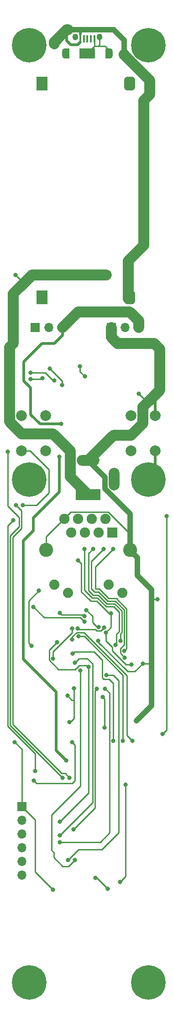
<source format=gbr>
%TF.GenerationSoftware,KiCad,Pcbnew,6.0.6-3a73a75311~116~ubuntu20.04.1*%
%TF.CreationDate,2022-07-20T09:27:06+02:00*%
%TF.ProjectId,MCH-light,4d43482d-6c69-4676-9874-2e6b69636164,rev?*%
%TF.SameCoordinates,Original*%
%TF.FileFunction,Copper,L2,Bot*%
%TF.FilePolarity,Positive*%
%FSLAX46Y46*%
G04 Gerber Fmt 4.6, Leading zero omitted, Abs format (unit mm)*
G04 Created by KiCad (PCBNEW 6.0.6-3a73a75311~116~ubuntu20.04.1) date 2022-07-20 09:27:06*
%MOMM*%
%LPD*%
G01*
G04 APERTURE LIST*
G04 Aperture macros list*
%AMRoundRect*
0 Rectangle with rounded corners*
0 $1 Rounding radius*
0 $2 $3 $4 $5 $6 $7 $8 $9 X,Y pos of 4 corners*
0 Add a 4 corners polygon primitive as box body*
4,1,4,$2,$3,$4,$5,$6,$7,$8,$9,$2,$3,0*
0 Add four circle primitives for the rounded corners*
1,1,$1+$1,$2,$3*
1,1,$1+$1,$4,$5*
1,1,$1+$1,$6,$7*
1,1,$1+$1,$8,$9*
0 Add four rect primitives between the rounded corners*
20,1,$1+$1,$2,$3,$4,$5,0*
20,1,$1+$1,$4,$5,$6,$7,0*
20,1,$1+$1,$6,$7,$8,$9,0*
20,1,$1+$1,$8,$9,$2,$3,0*%
G04 Aperture macros list end*
%TA.AperFunction,ComponentPad*%
%ADD10R,1.700000X1.700000*%
%TD*%
%TA.AperFunction,ComponentPad*%
%ADD11O,1.700000X1.700000*%
%TD*%
%TA.AperFunction,ComponentPad*%
%ADD12C,6.400000*%
%TD*%
%TA.AperFunction,ComponentPad*%
%ADD13C,2.600000*%
%TD*%
%TA.AperFunction,ComponentPad*%
%ADD14C,1.890000*%
%TD*%
%TA.AperFunction,ComponentPad*%
%ADD15R,1.900000X1.900000*%
%TD*%
%TA.AperFunction,ComponentPad*%
%ADD16C,1.900000*%
%TD*%
%TA.AperFunction,ComponentPad*%
%ADD17R,4.600000X2.000000*%
%TD*%
%TA.AperFunction,ComponentPad*%
%ADD18O,4.200000X2.000000*%
%TD*%
%TA.AperFunction,ComponentPad*%
%ADD19O,2.000000X4.200000*%
%TD*%
%TA.AperFunction,ComponentPad*%
%ADD20RoundRect,0.500000X-0.500000X0.750000X-0.500000X-0.750000X0.500000X-0.750000X0.500000X0.750000X0*%
%TD*%
%TA.AperFunction,ComponentPad*%
%ADD21R,2.000000X2.500000*%
%TD*%
%TA.AperFunction,ComponentPad*%
%ADD22C,2.000000*%
%TD*%
%TA.AperFunction,SMDPad,CuDef*%
%ADD23R,0.400000X1.350000*%
%TD*%
%TA.AperFunction,SMDPad,CuDef*%
%ADD24R,0.875000X1.900000*%
%TD*%
%TA.AperFunction,ComponentPad*%
%ADD25O,1.050000X1.250000*%
%TD*%
%TA.AperFunction,ComponentPad*%
%ADD26O,1.000000X1.900000*%
%TD*%
%TA.AperFunction,SMDPad,CuDef*%
%ADD27R,2.900000X1.900000*%
%TD*%
%TA.AperFunction,ViaPad*%
%ADD28C,0.800000*%
%TD*%
%TA.AperFunction,Conductor*%
%ADD29C,1.000000*%
%TD*%
%TA.AperFunction,Conductor*%
%ADD30C,0.500000*%
%TD*%
%TA.AperFunction,Conductor*%
%ADD31C,2.000000*%
%TD*%
%TA.AperFunction,Conductor*%
%ADD32C,0.250000*%
%TD*%
G04 APERTURE END LIST*
D10*
%TO.P,J1,1,Pin_1*%
%TO.N,GND*%
X117627000Y-162839000D03*
D11*
%TO.P,J1,2,Pin_2*%
%TO.N,unconnected-(J1-Pad2)*%
X117627000Y-165379000D03*
%TO.P,J1,3,Pin_3*%
%TO.N,Net-(J1-Pad3)*%
X117627000Y-167919000D03*
%TO.P,J1,4,Pin_4*%
%TO.N,/Tx*%
X117627000Y-170459000D03*
%TO.P,J1,5,Pin_5*%
%TO.N,/Rx*%
X117627000Y-172999000D03*
%TO.P,J1,6,Pin_6*%
%TO.N,unconnected-(J1-Pad6)*%
X117627000Y-175539000D03*
%TD*%
D12*
%TO.P,H1,1,1*%
%TO.N,GND*%
X141104000Y-102197017D03*
%TD*%
D10*
%TO.P,J8,1,Pin_1*%
%TO.N,GND*%
X134237820Y-73978017D03*
D11*
%TO.P,J8,2,Pin_2*%
%TO.N,Net-(J8-Pad2)*%
X136777820Y-73978017D03*
%TO.P,J8,3,Pin_3*%
%TO.N,+5V*%
X139317820Y-73978017D03*
%TD*%
D12*
%TO.P,H5,1,1*%
%TO.N,unconnected-(H5-Pad1)*%
X141104000Y-195415017D03*
%TD*%
D10*
%TO.P,J9,1,Pin_1*%
%TO.N,GND*%
X120142000Y-73978017D03*
D11*
%TO.P,J9,2,Pin_2*%
%TO.N,Net-(J9-Pad2)*%
X122682000Y-73978017D03*
%TO.P,J9,3,Pin_3*%
%TO.N,+5V*%
X125222000Y-73978017D03*
%TD*%
D12*
%TO.P,H6,1,1*%
%TO.N,unconnected-(H6-Pad1)*%
X119006000Y-195415017D03*
%TD*%
%TO.P,H4,1,1*%
%TO.N,GND*%
X141104000Y-21679017D03*
%TD*%
%TO.P,H3,1,1*%
%TO.N,GND*%
X119005999Y-21679017D03*
%TD*%
%TO.P,H2,1,1*%
%TO.N,GND*%
X119006000Y-102197017D03*
%TD*%
D13*
%TO.P,J7,13,SHIELD*%
%TO.N,GND*%
X137730000Y-115290000D03*
X122180000Y-115290000D03*
D14*
%TO.P,J7,L1,LEDY_A*%
%TO.N,Net-(J7-PadL1)*%
X123630000Y-121720000D03*
%TO.P,J7,L2,LEDY_K*%
%TO.N,GND*%
X126170000Y-123240000D03*
%TO.P,J7,L3,LEDG_K*%
X133740000Y-121720000D03*
%TO.P,J7,L4,LEDG_A*%
%TO.N,Net-(J7-PadL4)*%
X136280000Y-123240000D03*
D15*
%TO.P,J7,R1,TD+*%
%TO.N,/TXP*%
X134400000Y-112000000D03*
D16*
%TO.P,J7,R2,TD-*%
%TO.N,/TXN*%
X133130000Y-109460000D03*
%TO.P,J7,R3,RD+*%
%TO.N,/RXP*%
X131860000Y-112000000D03*
%TO.P,J7,R4,TCT*%
%TO.N,VDDA*%
X130590000Y-109460000D03*
%TO.P,J7,R5,RCT*%
X129320000Y-112000000D03*
%TO.P,J7,R6,RD-*%
%TO.N,/RXN*%
X128050000Y-109460000D03*
%TO.P,J7,R7,NC*%
%TO.N,unconnected-(J7-PadR7)*%
X126780000Y-112000000D03*
%TO.P,J7,R8,GND*%
%TO.N,GND*%
X125510000Y-109460000D03*
%TD*%
D17*
%TO.P,J2,1*%
%TO.N,Net-(C4-Pad1)*%
X129936000Y-104991017D03*
D18*
%TO.P,J2,2*%
%TO.N,GND*%
X129936000Y-98691017D03*
D19*
%TO.P,J2,3*%
%TO.N,unconnected-(J2-Pad3)*%
X134736000Y-102091017D03*
%TD*%
D20*
%TO.P,U6,1,Vin*%
%TO.N,Net-(C4-Pad1)*%
X137625000Y-28767000D03*
D21*
%TO.P,U6,2,GND*%
%TO.N,GND*%
X121343000Y-28767000D03*
%TO.P,U6,3,GND*%
X121343000Y-68433000D03*
D20*
%TO.P,U6,4,Vout*%
%TO.N,+5V*%
X137625000Y-68433000D03*
%TD*%
D22*
%TO.P,SW1,1*%
%TO.N,GND*%
X142374000Y-90363017D03*
X142374000Y-96863017D03*
%TO.P,SW1,2*%
%TO.N,/Reset*%
X137874000Y-90363017D03*
X137874000Y-96863017D03*
%TD*%
%TO.P,SW2,1*%
%TO.N,GND*%
X122054000Y-90363017D03*
X122054000Y-96863017D03*
%TO.P,SW2,2*%
%TO.N,/Button*%
X117554000Y-90363017D03*
X117554000Y-96863017D03*
%TD*%
D23*
%TO.P,J5,1,VBUS*%
%TO.N,+5V*%
X128494000Y-20506017D03*
%TO.P,J5,2,D-*%
%TO.N,unconnected-(J5-Pad2)*%
X129144000Y-20506017D03*
%TO.P,J5,3,D+*%
%TO.N,unconnected-(J5-Pad3)*%
X129794000Y-20506017D03*
%TO.P,J5,4,ID*%
%TO.N,unconnected-(J5-Pad4)*%
X130444000Y-20506017D03*
%TO.P,J5,5,GND*%
%TO.N,GND*%
X131094000Y-20506017D03*
D24*
%TO.P,J5,6,Shield*%
X126056500Y-23181017D03*
D25*
X132019000Y-20181017D03*
D26*
X133969000Y-23181017D03*
D27*
X129794000Y-23181017D03*
D26*
X125619000Y-23181017D03*
D25*
X127569000Y-20181017D03*
D24*
X133531500Y-23181017D03*
%TD*%
D28*
%TO.N,+5V*%
X124600000Y-98000000D03*
X124790000Y-19990000D03*
X125900000Y-154300000D03*
X123698000Y-21402000D03*
X124140000Y-20640000D03*
X124900000Y-91900000D03*
%TO.N,GND*%
X123428000Y-178265000D03*
X120800000Y-122800000D03*
X119400000Y-133000000D03*
X131318000Y-176022000D03*
X126100000Y-142300000D03*
X126500000Y-147200000D03*
X131826000Y-132080000D03*
X140100000Y-136300000D03*
X133604000Y-178054000D03*
X139300000Y-86300000D03*
X127300000Y-140900000D03*
X142800000Y-124400000D03*
X138900000Y-146900000D03*
X116332000Y-150876000D03*
%TO.N,+3V3*%
X144526000Y-108966000D03*
X119888000Y-157988000D03*
X123444000Y-135382000D03*
X127000000Y-150876000D03*
X133000000Y-148200000D03*
X132606000Y-142494000D03*
X135890000Y-176784000D03*
X143764000Y-149352000D03*
X136906000Y-158750000D03*
X127000000Y-129794000D03*
%TO.N,Net-(C4-Pad1)*%
X132200000Y-64300000D03*
X130100000Y-64300000D03*
X116500000Y-64300000D03*
X133316000Y-64300000D03*
X131100000Y-64300000D03*
X129100000Y-64300000D03*
%TO.N,/XTAL2*%
X124700000Y-126900000D03*
X129290299Y-127503701D03*
%TO.N,/XTAL1*%
X119800000Y-125800000D03*
X129286000Y-128524000D03*
%TO.N,Net-(C10-Pad1)*%
X132916847Y-129641445D03*
X128007339Y-129831500D03*
%TO.N,VDDA*%
X128100000Y-117200000D03*
X138000000Y-136500000D03*
X133200000Y-130600000D03*
X134200000Y-127000000D03*
%TO.N,/TXP*%
X134563000Y-115101111D03*
X136658980Y-133958980D03*
%TO.N,/TXN*%
X136700000Y-135200000D03*
X132837595Y-115056347D03*
%TO.N,/RXP*%
X130835500Y-115062000D03*
X135900000Y-132100000D03*
%TO.N,/RXN*%
X135000000Y-132824500D03*
X129286000Y-115062000D03*
%TO.N,/rxd1_N*%
X128167742Y-131280500D03*
X136398000Y-150622000D03*
%TO.N,Net-(R4-Pad2)*%
X127073170Y-134437411D03*
X134620000Y-150622000D03*
%TO.N,/R_RXCLK*%
X124714000Y-165608000D03*
X130048000Y-136906000D03*
X124206000Y-132334000D03*
%TO.N,/rxd0_P*%
X138176000Y-150622000D03*
X127000000Y-131867500D03*
%TO.N,/MDIO*%
X127508000Y-136144000D03*
X124714000Y-168148000D03*
%TO.N,/Activity*%
X129600000Y-126400000D03*
X131918364Y-129540011D03*
%TO.N,Net-(R18-Pad1)*%
X125100000Y-84700000D03*
X122800000Y-81600000D03*
%TO.N,/Button*%
X116078000Y-109728000D03*
X120142000Y-156210000D03*
X117856000Y-106934000D03*
%TO.N,/LED-1*%
X126492000Y-157480000D03*
X116586000Y-106934000D03*
X121500000Y-83400000D03*
X119292500Y-83600000D03*
%TO.N,/LED-2*%
X119292500Y-82400000D03*
X123700000Y-83800000D03*
X125222000Y-157480000D03*
X115062000Y-97028000D03*
%TO.N,/TXD0_P*%
X133096000Y-140970000D03*
X124714000Y-169418000D03*
%TO.N,/TXEN*%
X131572000Y-140970000D03*
X127200000Y-167100000D03*
%TO.N,/TXD1_N*%
X133350000Y-138430000D03*
X126238000Y-172720000D03*
%TO.N,/MDC*%
X127508000Y-172720000D03*
X128524000Y-137624000D03*
%TO.N,Net-(U4-Pad1)*%
X129300000Y-83100000D03*
X128400000Y-81200000D03*
%TD*%
D29*
%TO.N,+5V*%
X136650000Y-20750000D02*
X134696000Y-18796000D01*
D30*
X124000000Y-141600000D02*
X121700000Y-139300000D01*
X124000000Y-152300000D02*
X124000000Y-141600000D01*
X119800000Y-111700000D02*
X119800000Y-109300000D01*
X128494489Y-19558000D02*
X128494489Y-19694489D01*
D31*
X128080017Y-71120000D02*
X137661884Y-71120000D01*
D29*
X136650000Y-23350000D02*
X137649000Y-24349000D01*
D31*
X139317820Y-72775936D02*
X139317820Y-73978017D01*
D30*
X125984000Y-18796000D02*
X128524000Y-18796000D01*
D31*
X140300000Y-58742000D02*
X137371000Y-61671000D01*
X141400000Y-30800000D02*
X140300000Y-31900000D01*
D30*
X128524000Y-18796000D02*
X128494489Y-19558000D01*
X117900000Y-130300000D02*
X117900000Y-113600000D01*
X128494489Y-21111511D02*
X128494489Y-21082000D01*
X119300000Y-90200000D02*
X121000000Y-91900000D01*
X121700000Y-139300000D02*
X117900000Y-135500000D01*
D31*
X123698000Y-21082000D02*
X125984000Y-18796000D01*
D30*
X123700000Y-77000000D02*
X121400000Y-77000000D01*
X124600000Y-104000000D02*
X124600000Y-98000000D01*
X124000000Y-152400000D02*
X124000000Y-152300000D01*
X117900000Y-135500000D02*
X117900000Y-130300000D01*
X126746000Y-21590000D02*
X125984000Y-20828000D01*
X118000000Y-83900000D02*
X119300000Y-85200000D01*
D31*
X125222000Y-73978017D02*
X128080017Y-71120000D01*
X137661884Y-71120000D02*
X139317820Y-72775936D01*
D30*
X125900000Y-154300000D02*
X124000000Y-152400000D01*
X117900000Y-113600000D02*
X119800000Y-111700000D01*
X119300000Y-85200000D02*
X119300000Y-90200000D01*
D31*
X136650000Y-23350000D02*
X136650000Y-23450000D01*
D30*
X124600000Y-104500000D02*
X124600000Y-104000000D01*
D31*
X125984000Y-18796000D02*
X126238000Y-18796000D01*
D30*
X119800000Y-109300000D02*
X124600000Y-104500000D01*
D29*
X136650000Y-23350000D02*
X136650000Y-20750000D01*
D30*
X125222000Y-73978017D02*
X125222000Y-75478000D01*
D31*
X123698000Y-21082000D02*
X124140000Y-20640000D01*
D30*
X121400000Y-77000000D02*
X118000000Y-80400000D01*
X125222000Y-75478000D02*
X123700000Y-77000000D01*
D31*
X141400000Y-28200000D02*
X141400000Y-30800000D01*
X140300000Y-31900000D02*
X140300000Y-58742000D01*
D30*
X121000000Y-91900000D02*
X124900000Y-91900000D01*
D31*
X136650000Y-23450000D02*
X141400000Y-28200000D01*
X123698000Y-21402000D02*
X123698000Y-21082000D01*
D29*
X134696000Y-18796000D02*
X125984000Y-18796000D01*
D31*
X137371000Y-61671000D02*
X137371000Y-68687000D01*
D30*
X118000000Y-80400000D02*
X118000000Y-83900000D01*
X128016000Y-21590000D02*
X128494489Y-21111511D01*
X125984000Y-20828000D02*
X125984000Y-18796000D01*
X128494489Y-19694489D02*
X128500000Y-19700000D01*
X126746000Y-21590000D02*
X128016000Y-21590000D01*
D31*
X124790000Y-19990000D02*
X125984000Y-18796000D01*
D32*
%TO.N,GND*%
X140100000Y-136300000D02*
X141500000Y-136300000D01*
X122146000Y-112804000D02*
X122146000Y-115304000D01*
X141500000Y-136300000D02*
X141700000Y-136500000D01*
D29*
X141700000Y-144100000D02*
X138900000Y-146900000D01*
D32*
X137300000Y-137800000D02*
X138200000Y-137800000D01*
D31*
X137922000Y-93980000D02*
X134647017Y-93980000D01*
D32*
X137000000Y-137500000D02*
X137300000Y-137800000D01*
D30*
X142374000Y-96863017D02*
X142374000Y-100927017D01*
D32*
X139300000Y-86300000D02*
X140727000Y-87727000D01*
X126056500Y-23181017D02*
X126056500Y-22787500D01*
D31*
X143256000Y-85598000D02*
X141827000Y-87027000D01*
D30*
X142374000Y-100927017D02*
X141104000Y-102197017D01*
D32*
X120094000Y-165306000D02*
X120094000Y-174931000D01*
X131131017Y-21844000D02*
X131094000Y-21881017D01*
X120094000Y-174931000D02*
X123428000Y-178265000D01*
D29*
X133036480Y-103894981D02*
X137696000Y-108554501D01*
D31*
X143256000Y-82244000D02*
X143256000Y-85598000D01*
D32*
X119400000Y-133000000D02*
X118900000Y-132500000D01*
X138200000Y-137800000D02*
X138600000Y-137800000D01*
X133969000Y-22717000D02*
X133096000Y-21844000D01*
D31*
X141827000Y-87027000D02*
X141127000Y-87727000D01*
D32*
X127300000Y-146500000D02*
X126550000Y-147250000D01*
X126550000Y-147250000D02*
X126500000Y-147200000D01*
X133623921Y-108199489D02*
X126750511Y-108199489D01*
X133969000Y-23181017D02*
X133969000Y-22717000D01*
X126100000Y-142300000D02*
X126900000Y-143100000D01*
D29*
X133036480Y-101791497D02*
X133036480Y-103894981D01*
D32*
X132019000Y-20181017D02*
X132019000Y-21651000D01*
X131826000Y-132080000D02*
X131826000Y-132326000D01*
X127300000Y-143100000D02*
X127300000Y-146500000D01*
D29*
X137696000Y-108554501D02*
X137696000Y-115304000D01*
D32*
X131094000Y-21881017D02*
X129794000Y-23181017D01*
D31*
X141127000Y-87727000D02*
X140073511Y-88780489D01*
D32*
X131572000Y-176022000D02*
X131318000Y-176022000D01*
D31*
X134237820Y-75817820D02*
X135382000Y-76962000D01*
D29*
X139100000Y-116708000D02*
X139100000Y-120000000D01*
D30*
X142374000Y-90363017D02*
X142374000Y-87574000D01*
D32*
X142000000Y-124400000D02*
X141700000Y-124100000D01*
X133096000Y-21844000D02*
X131826000Y-21844000D01*
D29*
X139100000Y-120000000D02*
X141700000Y-122600000D01*
D32*
X132019000Y-21651000D02*
X131826000Y-21844000D01*
D31*
X143256000Y-77978000D02*
X143256000Y-82244000D01*
D32*
X118900000Y-132500000D02*
X118900000Y-125000000D01*
X140727000Y-87727000D02*
X141127000Y-87727000D01*
D29*
X119005999Y-21679017D02*
X120620983Y-21679017D01*
D32*
X131826000Y-21844000D02*
X131131017Y-21844000D01*
X131826000Y-132326000D02*
X137000000Y-137500000D01*
X118900000Y-125000000D02*
X118900000Y-124700000D01*
D31*
X135382000Y-76962000D02*
X142240000Y-76962000D01*
X140073511Y-88780489D02*
X140073511Y-91828489D01*
X134237820Y-73978017D02*
X134237820Y-75817820D01*
D32*
X125476000Y-109474000D02*
X122146000Y-112804000D01*
X126900000Y-143100000D02*
X127300000Y-143100000D01*
X133604000Y-178054000D02*
X131572000Y-176022000D01*
X117627000Y-162839000D02*
X117627000Y-152171000D01*
X118900000Y-124700000D02*
X120800000Y-122800000D01*
D31*
X142240000Y-76962000D02*
X143256000Y-77978000D01*
X140073511Y-91828489D02*
X137922000Y-93980000D01*
X134647017Y-93980000D02*
X129936000Y-98691017D01*
D29*
X141700000Y-124100000D02*
X141700000Y-136500000D01*
D32*
X137696000Y-112271568D02*
X133623921Y-108199489D01*
X126750511Y-108199489D02*
X125476000Y-109474000D01*
X142800000Y-124400000D02*
X142000000Y-124400000D01*
X117627000Y-162839000D02*
X120094000Y-165306000D01*
X117627000Y-152171000D02*
X116332000Y-150876000D01*
D30*
X142374000Y-87574000D02*
X141827000Y-87027000D01*
D29*
X141700000Y-122600000D02*
X141700000Y-124100000D01*
X129936000Y-98691017D02*
X133036480Y-101791497D01*
D32*
X127300000Y-140900000D02*
X127300000Y-143100000D01*
X138600000Y-137800000D02*
X140100000Y-136300000D01*
X137696000Y-115304000D02*
X137696000Y-112271568D01*
D29*
X137696000Y-115304000D02*
X139100000Y-116708000D01*
X141700000Y-136500000D02*
X141700000Y-144100000D01*
D32*
X131094000Y-20506017D02*
X131094000Y-21881017D01*
%TO.N,+3V3*%
X144526000Y-148590000D02*
X143764000Y-149352000D01*
X136906000Y-175768000D02*
X136906000Y-158750000D01*
X133000000Y-148200000D02*
X133000000Y-142888000D01*
X120396000Y-158496000D02*
X127000000Y-158496000D01*
X127508000Y-157988000D02*
X127508000Y-156464000D01*
X127508000Y-151384000D02*
X127000000Y-150876000D01*
X133000000Y-142888000D02*
X132606000Y-142494000D01*
X127000000Y-158496000D02*
X127508000Y-157988000D01*
X127000000Y-130564614D02*
X123444000Y-134120614D01*
X127000000Y-129794000D02*
X127000000Y-130564614D01*
X123444000Y-134120614D02*
X123444000Y-135382000D01*
X119888000Y-157988000D02*
X120396000Y-158496000D01*
X144526000Y-108966000D02*
X144526000Y-148590000D01*
X135890000Y-176784000D02*
X136906000Y-175768000D01*
X127508000Y-156464000D02*
X127508000Y-151384000D01*
%TO.N,Net-(C4-Pad1)*%
X116500000Y-64300000D02*
X117150000Y-64950000D01*
D31*
X115354489Y-77671625D02*
X116078000Y-76948114D01*
X131100000Y-64300000D02*
X132200000Y-64300000D01*
X115354489Y-91478489D02*
X115354489Y-77671625D01*
X119500000Y-64300000D02*
X129100000Y-64300000D01*
D32*
X117150000Y-64950000D02*
X117950000Y-65750000D01*
D31*
X117602000Y-93726000D02*
X115354489Y-91478489D01*
X130100000Y-64300000D02*
X131100000Y-64300000D01*
X126636480Y-101691497D02*
X126636480Y-96918480D01*
D32*
X117950000Y-65750000D02*
X117950000Y-65850000D01*
D31*
X123444000Y-93726000D02*
X117602000Y-93726000D01*
X116078000Y-76948114D02*
X116078000Y-67722000D01*
X126636480Y-96918480D02*
X123444000Y-93726000D01*
X116078000Y-67722000D02*
X117150000Y-66650000D01*
X129100000Y-64300000D02*
X130100000Y-64300000D01*
X132200000Y-64300000D02*
X133316000Y-64300000D01*
X129936000Y-104991017D02*
X126636480Y-101691497D01*
X117150000Y-66650000D02*
X117950000Y-65850000D01*
X117950000Y-65850000D02*
X119500000Y-64300000D01*
D32*
%TO.N,/XTAL2*%
X129040598Y-127254000D02*
X129290299Y-127503701D01*
X124700000Y-126900000D02*
X125054000Y-127254000D01*
X125730000Y-127254000D02*
X129040598Y-127254000D01*
X125054000Y-127254000D02*
X125730000Y-127254000D01*
%TO.N,/XTAL1*%
X125222000Y-127762000D02*
X121762000Y-127762000D01*
X125222000Y-127762000D02*
X128524000Y-127762000D01*
X121762000Y-127762000D02*
X119800000Y-125800000D01*
X128524000Y-127762000D02*
X129286000Y-128524000D01*
%TO.N,Net-(C10-Pad1)*%
X128165359Y-129989520D02*
X131250906Y-129989520D01*
X128007339Y-129831500D02*
X128165359Y-129989520D01*
X131525897Y-130264511D02*
X132293781Y-130264511D01*
X132293781Y-130264511D02*
X132916847Y-129641445D01*
X131250906Y-129989520D02*
X131525897Y-130264511D01*
%TO.N,VDDA*%
X136975386Y-136500000D02*
X138000000Y-136500000D01*
X130100000Y-124400000D02*
X128700000Y-123000000D01*
X133800000Y-127000000D02*
X131500000Y-124700000D01*
X133200000Y-132100000D02*
X134400000Y-133300000D01*
X134400000Y-133924614D02*
X136975386Y-136500000D01*
X131500000Y-124700000D02*
X130400000Y-124700000D01*
X133200000Y-130600000D02*
X134200000Y-129600000D01*
X130400000Y-124700000D02*
X130100000Y-124400000D01*
X134400000Y-133300000D02*
X134400000Y-133924614D01*
X128700000Y-117800000D02*
X128100000Y-117200000D01*
X134200000Y-127000000D02*
X133800000Y-127000000D01*
X128700000Y-122200000D02*
X128700000Y-117800000D01*
X133200000Y-130600000D02*
X133200000Y-132100000D01*
X134200000Y-129600000D02*
X134200000Y-127000000D01*
X128700000Y-123000000D02*
X128700000Y-122200000D01*
%TO.N,/TXP*%
X133750000Y-124250000D02*
X135150000Y-124250000D01*
X131982000Y-122482000D02*
X133750000Y-124250000D01*
X135150000Y-124250000D02*
X137074031Y-126174031D01*
X137074031Y-126174031D02*
X137074031Y-133543929D01*
X131318000Y-122482000D02*
X131982000Y-122482000D01*
X137074031Y-133543929D02*
X136658980Y-133958980D01*
X131318000Y-118346111D02*
X131318000Y-122482000D01*
X134563000Y-115101111D02*
X131318000Y-118346111D01*
%TO.N,/TXN*%
X136624511Y-132775489D02*
X136624511Y-132675489D01*
X131100000Y-123000000D02*
X131864282Y-123000000D01*
X136624511Y-126360229D02*
X136624511Y-132224511D01*
X135900000Y-134400000D02*
X136700000Y-135200000D01*
X130556000Y-122456000D02*
X131100000Y-123000000D01*
X136624511Y-132224511D02*
X136624511Y-132775489D01*
X134900000Y-124700000D02*
X134964282Y-124700000D01*
X130556000Y-117337942D02*
X130556000Y-122456000D01*
X133582141Y-124717859D02*
X134882141Y-124717859D01*
X134882141Y-124717859D02*
X134900000Y-124700000D01*
X134964282Y-124700000D02*
X136624511Y-126360229D01*
X136624511Y-132775489D02*
X135900000Y-133500000D01*
X132837595Y-115056347D02*
X130556000Y-117337942D01*
X131864282Y-123000000D02*
X133582141Y-124717859D01*
X136624511Y-132675489D02*
X136624511Y-132224511D01*
X135900000Y-133500000D02*
X135900000Y-134400000D01*
%TO.N,/RXP*%
X131800000Y-123600000D02*
X130900000Y-123600000D01*
X134864282Y-125235718D02*
X133435718Y-125235718D01*
X130048000Y-115849500D02*
X130835500Y-115062000D01*
X136174991Y-126546427D02*
X134864282Y-125235718D01*
X130900000Y-123600000D02*
X130048000Y-122748000D01*
X136174991Y-130525009D02*
X136174991Y-126546427D01*
X135900000Y-132100000D02*
X135900000Y-130800000D01*
X135900000Y-130800000D02*
X136174991Y-130525009D01*
X133435718Y-125235718D02*
X131800000Y-123600000D01*
X130048000Y-122748000D02*
X130048000Y-115849500D01*
%TO.N,/RXN*%
X135725471Y-126732625D02*
X135725471Y-130338811D01*
X135175489Y-130888793D02*
X135175489Y-132649011D01*
X135725471Y-130338811D02*
X135175489Y-130888793D01*
X129286000Y-122686000D02*
X130700000Y-124100000D01*
X133282141Y-125717859D02*
X134710705Y-125717859D01*
X135175489Y-132649011D02*
X135000000Y-132824500D01*
X131664282Y-124100000D02*
X133282141Y-125717859D01*
X130700000Y-124100000D02*
X131664282Y-124100000D01*
X134710705Y-125717859D02*
X135725471Y-126732625D01*
X129286000Y-115062000D02*
X129286000Y-122686000D01*
%TO.N,/rxd1_N*%
X129248500Y-131280500D02*
X136398000Y-138430000D01*
X128167742Y-131280500D02*
X129248500Y-131280500D01*
X136398000Y-138430000D02*
X136398000Y-150622000D01*
%TO.N,Net-(R4-Pad2)*%
X127073170Y-134437411D02*
X127398581Y-134112000D01*
X134620000Y-139954000D02*
X133858000Y-139192000D01*
X134620000Y-150622000D02*
X134620000Y-139954000D01*
X127398581Y-134112000D02*
X130302000Y-134112000D01*
X133858000Y-139192000D02*
X132842000Y-139192000D01*
X130302000Y-134112000D02*
X131064000Y-134112000D01*
X132842000Y-139192000D02*
X132588000Y-138938000D01*
X132588000Y-135636000D02*
X131064000Y-134112000D01*
X132588000Y-138938000D02*
X132588000Y-135636000D01*
%TO.N,/R_RXCLK*%
X130000000Y-136700000D02*
X130048000Y-136748000D01*
X127840000Y-137160000D02*
X128300000Y-136700000D01*
X127508000Y-137414000D02*
X127762000Y-137160000D01*
X122719489Y-133820511D02*
X122719489Y-135682103D01*
X124451386Y-137414000D02*
X127508000Y-137414000D01*
X124206000Y-132334000D02*
X122719489Y-133820511D01*
X130048000Y-136748000D02*
X130048000Y-136906000D01*
X130048000Y-136906000D02*
X130048000Y-160274000D01*
X122719489Y-135682103D02*
X124451386Y-137414000D01*
X127762000Y-137160000D02*
X127840000Y-137160000D01*
X130048000Y-160274000D02*
X124714000Y-165608000D01*
X128300000Y-136700000D02*
X130000000Y-136700000D01*
%TO.N,/rxd0_P*%
X127802886Y-130556000D02*
X129159718Y-130556000D01*
X127000000Y-131867500D02*
X127000000Y-131358886D01*
X137160000Y-149606000D02*
X138176000Y-150622000D01*
X137160000Y-138556282D02*
X137160000Y-149606000D01*
X127000000Y-131358886D02*
X127802886Y-130556000D01*
X129159718Y-130556000D02*
X137160000Y-138556282D01*
%TO.N,/MDIO*%
X129794000Y-135382000D02*
X128270000Y-135382000D01*
X130772511Y-162089489D02*
X130772511Y-136360511D01*
X124714000Y-168148000D02*
X130772511Y-162089489D01*
X130772511Y-136360511D02*
X129794000Y-135382000D01*
X128270000Y-135382000D02*
X127508000Y-136144000D01*
%TO.N,/Activity*%
X130771023Y-127571023D02*
X129600000Y-126400000D01*
X131918364Y-129540011D02*
X131611034Y-129540011D01*
X131611034Y-129540011D02*
X130771023Y-128700000D01*
X130771023Y-128700000D02*
X130771023Y-127571023D01*
%TO.N,Net-(R18-Pad1)*%
X122800000Y-81600000D02*
X125100000Y-83900000D01*
X125100000Y-83900000D02*
X125100000Y-84700000D01*
%TO.N,/Button*%
X119215017Y-96863017D02*
X122682000Y-100330000D01*
X122682000Y-100330000D02*
X122682000Y-104648000D01*
X115031969Y-110774031D02*
X116078000Y-109728000D01*
X115031969Y-147925686D02*
X115031969Y-110774031D01*
X120142000Y-153035718D02*
X115031969Y-147925686D01*
X120396000Y-106934000D02*
X117856000Y-106934000D01*
X117554000Y-96863017D02*
X119215017Y-96863017D01*
X122682000Y-104648000D02*
X120396000Y-106934000D01*
X120142000Y-156210000D02*
X120142000Y-153035718D01*
%TO.N,/LED-1*%
X126492000Y-157480000D02*
X125666141Y-156654141D01*
X119292500Y-83600000D02*
X121300000Y-83600000D01*
X115931009Y-147553291D02*
X115931009Y-112922991D01*
X125666141Y-156654141D02*
X125031859Y-156654141D01*
X117602000Y-107950000D02*
X116586000Y-106934000D01*
X115931009Y-112922991D02*
X117602000Y-111252000D01*
X125031859Y-156654141D02*
X115931009Y-147553291D01*
X121300000Y-83600000D02*
X121500000Y-83400000D01*
X117602000Y-111252000D02*
X117602000Y-107950000D01*
%TO.N,/LED-2*%
X122000000Y-82400000D02*
X123100000Y-83500000D01*
X123400000Y-83800000D02*
X123700000Y-83800000D01*
X119292500Y-82400000D02*
X122000000Y-82400000D01*
X115062000Y-107162000D02*
X115062000Y-97028000D01*
X115481489Y-112610511D02*
X117152480Y-110939520D01*
X123100000Y-83500000D02*
X123400000Y-83800000D01*
X125222000Y-157480000D02*
X115481489Y-147739489D01*
X115481489Y-147739489D02*
X115481489Y-112610511D01*
X117152480Y-110939520D02*
X117152480Y-109252480D01*
X117152480Y-109252480D02*
X115062000Y-107162000D01*
%TO.N,/TXD0_P*%
X133895489Y-159795489D02*
X133900000Y-159800000D01*
X132182000Y-169418000D02*
X133900000Y-167700000D01*
X133895489Y-159795489D02*
X133895489Y-141769489D01*
X133895489Y-141769489D02*
X133096000Y-140970000D01*
X124714000Y-169418000D02*
X132182000Y-169418000D01*
X133900000Y-159800000D02*
X133900000Y-167700000D01*
%TO.N,/TXEN*%
X131222031Y-163077969D02*
X131222031Y-141319969D01*
X127200000Y-167100000D02*
X131222031Y-163077969D01*
X131222031Y-141319969D02*
X131572000Y-140970000D01*
%TO.N,/TXD1_N*%
X132471000Y-170829000D02*
X128129000Y-170829000D01*
X135636000Y-167664000D02*
X132471000Y-170829000D01*
X133350000Y-138430000D02*
X134620000Y-138430000D01*
X135636000Y-139446000D02*
X135636000Y-167664000D01*
X134620000Y-138430000D02*
X135636000Y-139446000D01*
X128129000Y-170829000D02*
X126238000Y-172720000D01*
%TO.N,/MDC*%
X127508000Y-172720000D02*
X126328000Y-173900000D01*
X128524000Y-159004000D02*
X123190000Y-164338000D01*
X125200000Y-173900000D02*
X123574000Y-172274000D01*
X128524000Y-137400000D02*
X128524000Y-137624000D01*
X123190000Y-164338000D02*
X123190000Y-170942000D01*
X126328000Y-173900000D02*
X125200000Y-173900000D01*
X123574000Y-172274000D02*
X123574000Y-171326000D01*
X123190000Y-170942000D02*
X123574000Y-171326000D01*
X128524000Y-137624000D02*
X128524000Y-159004000D01*
%TO.N,Net-(U4-Pad1)*%
X128400000Y-82200000D02*
X129300000Y-83100000D01*
X128400000Y-81200000D02*
X128400000Y-82200000D01*
%TD*%
M02*

</source>
